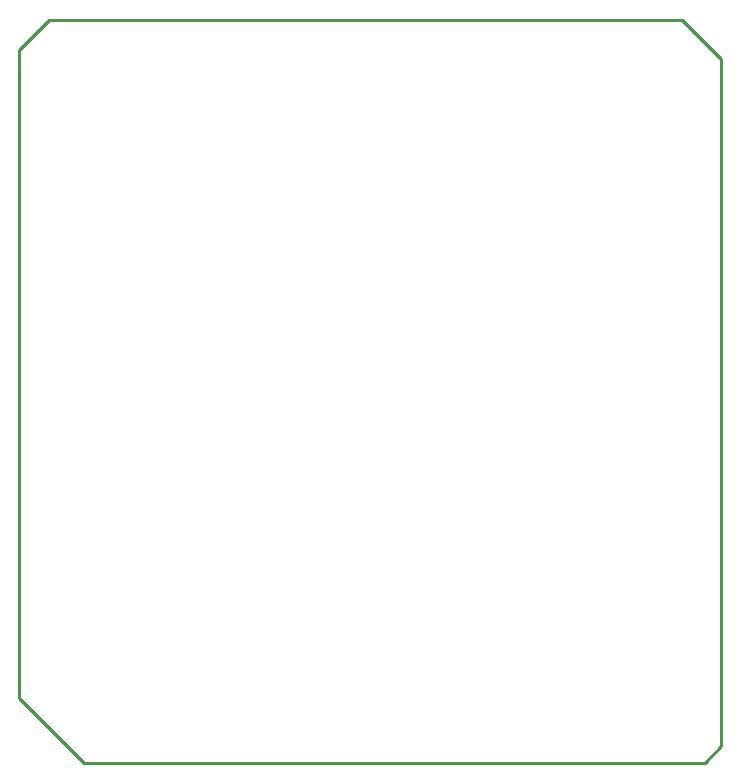
<source format=gko>
G04*
G04 #@! TF.GenerationSoftware,Altium Limited,Altium Designer,20.2.5 (213)*
G04*
G04 Layer_Color=16711935*
%FSLAX44Y44*%
%MOMM*%
G71*
G04*
G04 #@! TF.SameCoordinates,282DB418-F996-4F6C-BFF3-864D386B2F46*
G04*
G04*
G04 #@! TF.FilePolarity,Positive*
G04*
G01*
G75*
%ADD12C,0.2540*%
D12*
X581660Y93980D02*
X595630Y107950D01*
X1270Y148590D02*
X55880Y93980D01*
X581660D01*
X562682Y722558D02*
X566420Y718820D01*
X26598Y722558D02*
X562682D01*
X1270Y697230D02*
X26598Y722558D01*
X1270Y693420D02*
Y697230D01*
X566420Y718820D02*
X595630Y689610D01*
Y107950D02*
Y689610D01*
X1270Y148590D02*
Y693420D01*
M02*

</source>
